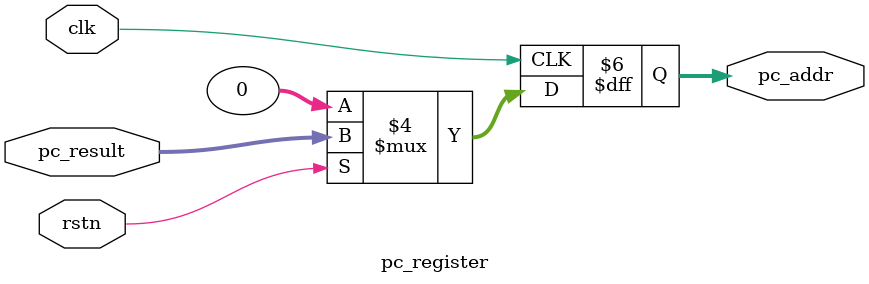
<source format=v>
`timescale 1ns / 1ps

module pc_register(
    clk,
    rstn,
    pc_result,
    pc_addr
    );

    parameter instruction_width = 32;

    input clk, rstn;
    input [instruction_width-1:0] pc_result;
    output reg [instruction_width-1:0] pc_addr;

    always @(posedge clk) begin
        if(~rstn) begin
            pc_addr <= 0;
        end
        else begin
            pc_addr <= pc_result;
        end
    end


endmodule

</source>
